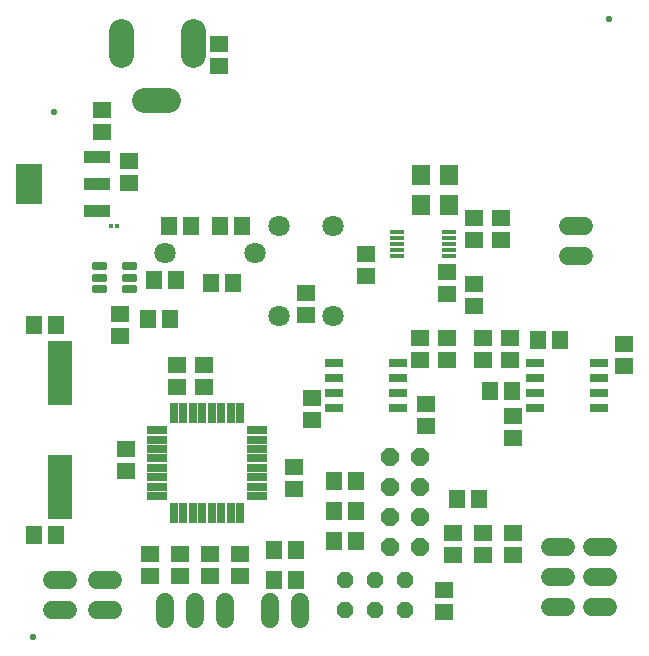
<source format=gts>
G04 EAGLE Gerber RS-274X export*
G75*
%MOMM*%
%FSLAX34Y34*%
%LPD*%
%INSoldermask Top*%
%IPPOS*%
%AMOC8*
5,1,8,0,0,1.08239X$1,22.5*%
G01*
%ADD10C,0.551600*%
%ADD11R,1.601600X1.401600*%
%ADD12R,1.401600X1.601600*%
%ADD13C,1.801600*%
%ADD14R,1.151600X0.421600*%
%ADD15R,1.601600X0.701600*%
%ADD16C,2.101600*%
%ADD17C,1.524000*%
%ADD18P,1.649562X8X112.500000*%
%ADD19R,0.351600X0.451600*%
%ADD20R,1.601600X1.701600*%
%ADD21R,2.032000X5.435600*%
%ADD22P,1.525737X8X202.500000*%
%ADD23R,2.251600X1.051600*%
%ADD24R,2.251600X3.351600*%
%ADD25R,1.701600X0.651600*%
%ADD26R,0.651600X1.701600*%
%ADD27C,0.245375*%


D10*
X45720Y459740D03*
X515620Y538480D03*
X27940Y15240D03*
D11*
X401320Y314300D03*
X401320Y295300D03*
X264160Y217780D03*
X264160Y198780D03*
X401320Y351180D03*
X401320Y370180D03*
D12*
X197460Y314960D03*
X178460Y314960D03*
X130200Y317500D03*
X149200Y317500D03*
X186080Y363220D03*
X205080Y363220D03*
D11*
X259080Y287680D03*
X259080Y306680D03*
X86360Y442620D03*
X86360Y461620D03*
X378460Y305460D03*
X378460Y324460D03*
X355600Y268580D03*
X355600Y249580D03*
X185420Y517500D03*
X185420Y498500D03*
X528320Y244500D03*
X528320Y263500D03*
X434340Y183540D03*
X434340Y202540D03*
X109220Y399440D03*
X109220Y418440D03*
D12*
X250800Y63500D03*
X231800Y63500D03*
D11*
X177800Y66700D03*
X177800Y85700D03*
X248920Y140360D03*
X248920Y159360D03*
X152400Y85700D03*
X152400Y66700D03*
X106680Y155600D03*
X106680Y174600D03*
D12*
X28600Y101600D03*
X47600Y101600D03*
X47600Y279400D03*
X28600Y279400D03*
D11*
X149860Y226720D03*
X149860Y245720D03*
X309880Y320700D03*
X309880Y339700D03*
X424180Y351180D03*
X424180Y370180D03*
D13*
X215900Y340360D03*
X139700Y340360D03*
X236220Y363220D03*
X236220Y287020D03*
X281940Y287020D03*
X281940Y363220D03*
D14*
X380140Y337980D03*
X380140Y342980D03*
X380140Y347980D03*
X380140Y352980D03*
X380140Y357980D03*
X336140Y357980D03*
X336140Y352980D03*
X336140Y347980D03*
X336140Y342980D03*
X336140Y337980D03*
D15*
X337380Y222250D03*
X282380Y222250D03*
X337380Y209550D03*
X337380Y234950D03*
X337380Y247650D03*
X282380Y209550D03*
X282380Y234950D03*
X282380Y247650D03*
X452560Y234950D03*
X507560Y234950D03*
X452560Y247650D03*
X452560Y222250D03*
X452560Y209550D03*
X507560Y247650D03*
X507560Y222250D03*
X507560Y209550D03*
D16*
X163080Y508160D02*
X163080Y528160D01*
X102080Y528160D02*
X102080Y508160D01*
X122080Y470160D02*
X142080Y470160D01*
D17*
X480568Y337820D02*
X494792Y337820D01*
X494792Y363220D02*
X480568Y363220D01*
X139700Y45212D02*
X139700Y30988D01*
X165100Y30988D02*
X165100Y45212D01*
X190500Y45212D02*
X190500Y30988D01*
X254000Y30988D02*
X254000Y45212D01*
X228600Y45212D02*
X228600Y30988D01*
D18*
X355600Y91440D03*
X330200Y91440D03*
X355600Y116840D03*
X330200Y116840D03*
X355600Y142240D03*
X330200Y142240D03*
X330200Y167640D03*
X355600Y167640D03*
D19*
X99270Y363220D03*
X93770Y363220D03*
D17*
X57912Y38100D02*
X43688Y38100D01*
X43688Y63500D02*
X57912Y63500D01*
X81788Y63500D02*
X96012Y63500D01*
X96012Y38100D02*
X81788Y38100D01*
D20*
X356800Y406200D03*
X356800Y381200D03*
X379800Y381200D03*
X379800Y406200D03*
D21*
X50800Y142240D03*
X50800Y238760D03*
D12*
X142900Y363220D03*
X161900Y363220D03*
X125120Y284480D03*
X144120Y284480D03*
D11*
X101600Y269900D03*
X101600Y288900D03*
D12*
X433680Y223520D03*
X414680Y223520D03*
D11*
X408940Y268580D03*
X408940Y249580D03*
X127000Y85700D03*
X127000Y66700D03*
D12*
X301600Y96520D03*
X282600Y96520D03*
D11*
X408940Y84480D03*
X408940Y103480D03*
X203200Y85700D03*
X203200Y66700D03*
D12*
X405740Y132080D03*
X386740Y132080D03*
D11*
X383540Y84480D03*
X383540Y103480D03*
D12*
X250800Y88900D03*
X231800Y88900D03*
D11*
X375920Y36220D03*
X375920Y55220D03*
X434340Y84480D03*
X434340Y103480D03*
D12*
X301600Y147320D03*
X282600Y147320D03*
X301600Y121920D03*
X282600Y121920D03*
D11*
X172720Y226720D03*
X172720Y245720D03*
X378460Y268580D03*
X378460Y249580D03*
X360680Y193700D03*
X360680Y212700D03*
D12*
X455320Y266700D03*
X474320Y266700D03*
D11*
X431800Y268580D03*
X431800Y249580D03*
D22*
X317500Y38100D03*
X317500Y63500D03*
X342900Y38100D03*
X342900Y63500D03*
X292100Y63500D03*
X292100Y38100D03*
D23*
X82340Y375780D03*
X82340Y398780D03*
X82340Y421780D03*
D24*
X24340Y398780D03*
D25*
X132760Y190560D03*
X132760Y182560D03*
X132760Y174560D03*
X132760Y166560D03*
X132760Y158560D03*
X132760Y150560D03*
X132760Y142560D03*
X132760Y134560D03*
X217760Y134560D03*
X217760Y142560D03*
X217760Y150560D03*
X217760Y158560D03*
X217760Y166560D03*
X217760Y174560D03*
X217760Y182560D03*
X217760Y190560D03*
D26*
X147260Y120060D03*
X155260Y120060D03*
X163260Y120060D03*
X171260Y120060D03*
X179260Y120060D03*
X187260Y120060D03*
X195260Y120060D03*
X203260Y120060D03*
X203260Y205060D03*
X195260Y205060D03*
X187260Y205060D03*
X179260Y205060D03*
X171260Y205060D03*
X163260Y205060D03*
X155260Y205060D03*
X147260Y205060D03*
D27*
X89301Y327359D02*
X78639Y327359D01*
X78639Y331721D01*
X89301Y331721D01*
X89301Y327359D01*
X89301Y329690D02*
X78639Y329690D01*
X78639Y317859D02*
X89301Y317859D01*
X78639Y317859D02*
X78639Y322221D01*
X89301Y322221D01*
X89301Y317859D01*
X89301Y320190D02*
X78639Y320190D01*
X78639Y308359D02*
X89301Y308359D01*
X78639Y308359D02*
X78639Y312721D01*
X89301Y312721D01*
X89301Y308359D01*
X89301Y310690D02*
X78639Y310690D01*
X103739Y327359D02*
X114401Y327359D01*
X103739Y327359D02*
X103739Y331721D01*
X114401Y331721D01*
X114401Y327359D01*
X114401Y329690D02*
X103739Y329690D01*
X103739Y317859D02*
X114401Y317859D01*
X103739Y317859D02*
X103739Y322221D01*
X114401Y322221D01*
X114401Y317859D01*
X114401Y320190D02*
X103739Y320190D01*
X103739Y308359D02*
X114401Y308359D01*
X103739Y308359D02*
X103739Y312721D01*
X114401Y312721D01*
X114401Y308359D01*
X114401Y310690D02*
X103739Y310690D01*
D17*
X465328Y40640D02*
X479552Y40640D01*
X479552Y66040D02*
X465328Y66040D01*
X465328Y91440D02*
X479552Y91440D01*
X500888Y40640D02*
X515112Y40640D01*
X515112Y66040D02*
X500888Y66040D01*
X500888Y91440D02*
X515112Y91440D01*
M02*

</source>
